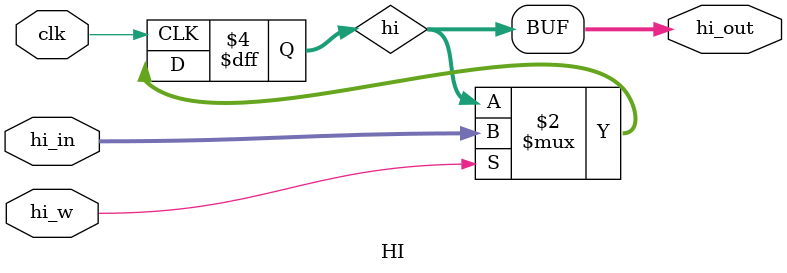
<source format=v>
`timescale 1ns / 1ps


module HI(
input hi_w,
input clk,
input [31:0]hi_in,
output [31:0]hi_out
    );
    
    reg [31:0]hi;
    always@(negedge clk)
    begin
        if(hi_w)
            hi<=hi_in;      
    end
    assign hi_out=hi;
   
endmodule

</source>
